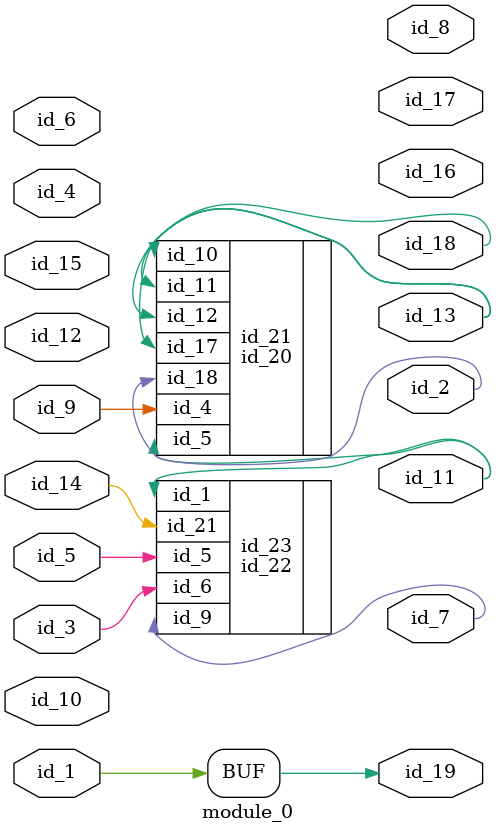
<source format=v>
module module_0 (
    id_1,
    id_2,
    id_3,
    id_4,
    id_5,
    id_6,
    id_7,
    id_8,
    id_9,
    id_10,
    id_11,
    id_12,
    id_13,
    id_14,
    id_15,
    id_16,
    id_17,
    id_18,
    id_19
);
  output id_19;
  output id_18;
  output id_17;
  output id_16;
  input id_15;
  input id_14;
  output id_13;
  input id_12;
  output id_11;
  input id_10;
  input id_9;
  output id_8;
  output id_7;
  input id_6;
  input id_5;
  input id_4;
  input id_3;
  output id_2;
  input id_1;
  id_20 id_21 (
      .id_4 (id_9),
      .id_12(id_13),
      .id_11(id_18),
      .id_10(id_18),
      .id_17(id_13),
      .id_5 (id_11),
      .id_18(1'b0),
      .id_18(id_2),
      .id_11(id_13)
  );
  id_22 id_23 (
      .id_21(id_14),
      .id_5 (id_5),
      .id_6 (id_3),
      .id_9 (id_7),
      .id_1 (id_11)
  );
  assign id_1 = id_19;
endmodule

</source>
